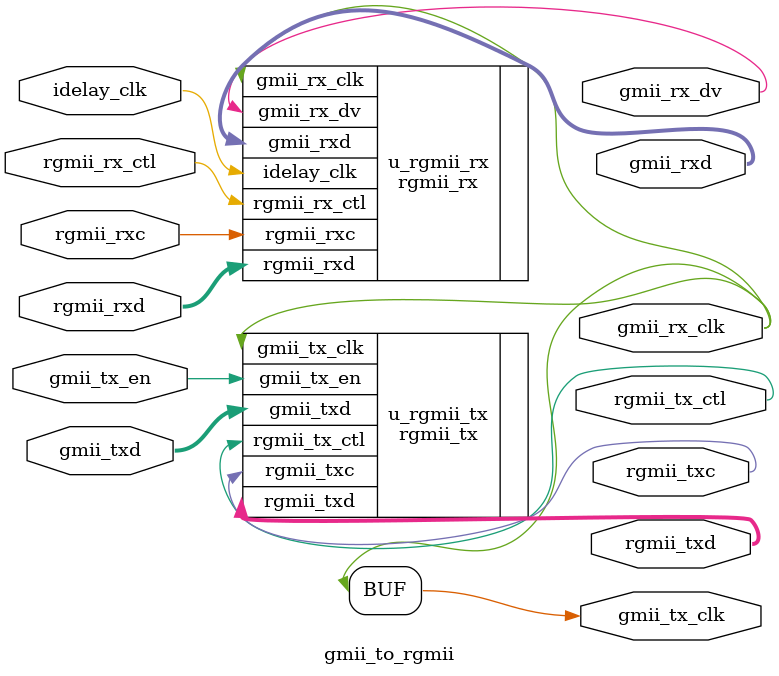
<source format=v>

module gmii_to_rgmii(
    input              idelay_clk  , //IDELAY时钟
    //以太网GMII接口
    output             gmii_rx_clk , //GMII接收时钟
    output             gmii_rx_dv  , //GMII接收数据有效信号
    output      [7:0]  gmii_rxd    , //GMII接收数据
    output             gmii_tx_clk , //GMII发送时钟
    input              gmii_tx_en  , //GMII发送数据使能信号
    input       [7:0]  gmii_txd    , //GMII发送数据            
    //以太网RGMII接口   
    input              rgmii_rxc   , //RGMII接收时钟
    input              rgmii_rx_ctl, //RGMII接收数据控制信号
    input       [3:0]  rgmii_rxd   , //RGMII接收数据
    output             rgmii_txc   , //RGMII发送时钟    
    output             rgmii_tx_ctl, //RGMII发送数据控制信号
    output      [3:0]  rgmii_txd     //RGMII发送数据          
    );

//parameter define
parameter IDELAY_VALUE = 0;  //输入数据IO延时(如果为n,表示延时n*78ps) 

//*****************************************************
//**                    main code
//*****************************************************

assign gmii_tx_clk = gmii_rx_clk;

//RGMII接收
rgmii_rx 
    #(
     .IDELAY_VALUE  (IDELAY_VALUE)
     )
    u_rgmii_rx(
    .idelay_clk    (idelay_clk),
    .gmii_rx_clk   (gmii_rx_clk),
    .rgmii_rxc     (rgmii_rxc   ),
    .rgmii_rx_ctl  (rgmii_rx_ctl),
    .rgmii_rxd     (rgmii_rxd   ),
    
    .gmii_rx_dv    (gmii_rx_dv ),
    .gmii_rxd      (gmii_rxd   )
    );

//RGMII发送
rgmii_tx u_rgmii_tx(
    .gmii_tx_clk   (gmii_tx_clk ),
    .gmii_tx_en    (gmii_tx_en  ),
    .gmii_txd      (gmii_txd    ),
              
    .rgmii_txc     (rgmii_txc   ),
    .rgmii_tx_ctl  (rgmii_tx_ctl),
    .rgmii_txd     (rgmii_txd   )
    );

endmodule

</source>
